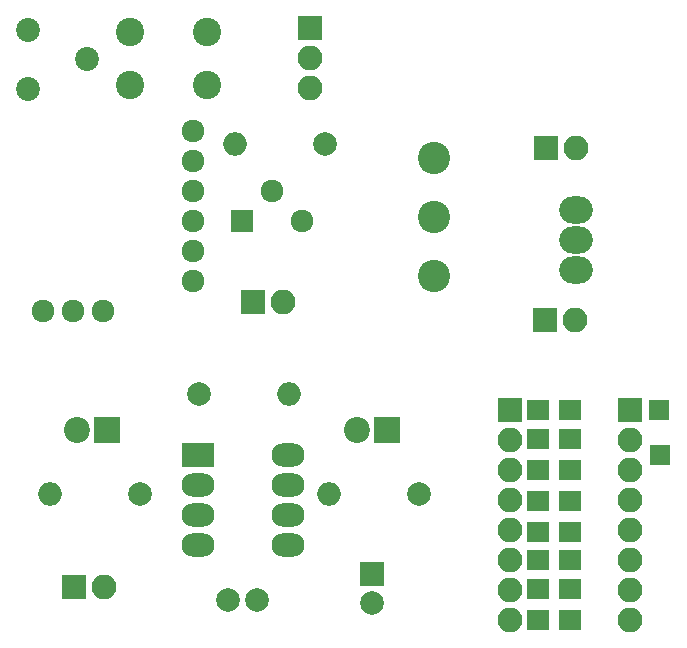
<source format=gbr>
G04 #@! TF.FileFunction,Soldermask,Bot*
%FSLAX46Y46*%
G04 Gerber Fmt 4.6, Leading zero omitted, Abs format (unit mm)*
G04 Created by KiCad (PCBNEW 4.0.7) date 12/08/18 06:13:13*
%MOMM*%
%LPD*%
G01*
G04 APERTURE LIST*
%ADD10C,0.100000*%
%ADD11C,1.924000*%
%ADD12C,2.740000*%
%ADD13R,1.750000X1.750000*%
%ADD14C,2.000000*%
%ADD15R,2.200000X2.200000*%
%ADD16C,2.200000*%
%ADD17R,2.100000X2.100000*%
%ADD18O,2.100000X2.100000*%
%ADD19C,1.920000*%
%ADD20R,1.920000X1.920000*%
%ADD21O,2.000000X2.000000*%
%ADD22R,1.900000X1.700000*%
%ADD23C,2.020000*%
%ADD24C,2.400000*%
%ADD25O,2.838400X2.305000*%
%ADD26R,2.800000X2.000000*%
%ADD27O,2.800000X2.000000*%
%ADD28R,2.000000X2.000000*%
G04 APERTURE END LIST*
D10*
D11*
X181890800Y-55497600D03*
X181890800Y-58037600D03*
X181890800Y-60577600D03*
X181890800Y-63117600D03*
X181890800Y-65657600D03*
X181890800Y-68197600D03*
X174270800Y-70737600D03*
X171730800Y-70737600D03*
X169190800Y-70737600D03*
D12*
X202336400Y-57716400D03*
X202336400Y-62716400D03*
X202336400Y-67716400D03*
D13*
X221437200Y-82905600D03*
D14*
X187350400Y-95148400D03*
X184850400Y-95148400D03*
D15*
X198323200Y-80772000D03*
D16*
X195783200Y-80772000D03*
D15*
X174650400Y-80772000D03*
D16*
X172110400Y-80772000D03*
D17*
X171805600Y-94081600D03*
D18*
X174345600Y-94081600D03*
D17*
X186944000Y-69900800D03*
D18*
X189484000Y-69900800D03*
D17*
X211709000Y-71501000D03*
D18*
X214249000Y-71501000D03*
D17*
X208737200Y-79095600D03*
D18*
X208737200Y-81635600D03*
X208737200Y-84175600D03*
X208737200Y-86715600D03*
X208737200Y-89255600D03*
X208737200Y-91795600D03*
X208737200Y-94335600D03*
X208737200Y-96875600D03*
D17*
X211759800Y-56921400D03*
D18*
X214299800Y-56921400D03*
D17*
X218897200Y-79095600D03*
D18*
X218897200Y-81635600D03*
X218897200Y-84175600D03*
X218897200Y-86715600D03*
X218897200Y-89255600D03*
X218897200Y-91795600D03*
X218897200Y-94335600D03*
X218897200Y-96875600D03*
D19*
X188569600Y-60553600D03*
X191109600Y-63093600D03*
D20*
X186029600Y-63093600D03*
D14*
X193040000Y-56591200D03*
D21*
X185420000Y-56591200D03*
D14*
X182422800Y-77724000D03*
D21*
X190042800Y-77724000D03*
D14*
X201015600Y-86207600D03*
D21*
X193395600Y-86207600D03*
D14*
X177444400Y-86207600D03*
D21*
X169824400Y-86207600D03*
D22*
X211070200Y-79070200D03*
X213770200Y-79070200D03*
X211070200Y-81559400D03*
X213770200Y-81559400D03*
X211070200Y-84150200D03*
X213770200Y-84150200D03*
X211070200Y-86791800D03*
X213770200Y-86791800D03*
X211070200Y-89433400D03*
X213770200Y-89433400D03*
X211070200Y-91770200D03*
X213770200Y-91770200D03*
X211070200Y-94259400D03*
X213770200Y-94259400D03*
X211070200Y-96901000D03*
X213770200Y-96901000D03*
D23*
X167944800Y-46866800D03*
X172944800Y-49366800D03*
X167944800Y-51866800D03*
D24*
X176580800Y-51540800D03*
X176580800Y-47040800D03*
X183080800Y-51540800D03*
X183080800Y-47040800D03*
D25*
X214299800Y-62153800D03*
X214299800Y-64693800D03*
X214299800Y-67233800D03*
D17*
X191820800Y-46736000D03*
D18*
X191820800Y-49276000D03*
X191820800Y-51816000D03*
D26*
X182321200Y-82905600D03*
D27*
X189941200Y-90525600D03*
X182321200Y-85445600D03*
X189941200Y-87985600D03*
X182321200Y-87985600D03*
X189941200Y-85445600D03*
X182321200Y-90525600D03*
X189941200Y-82905600D03*
D28*
X197053200Y-92964000D03*
D14*
X197053200Y-95464000D03*
D13*
X221386400Y-79095600D03*
M02*

</source>
